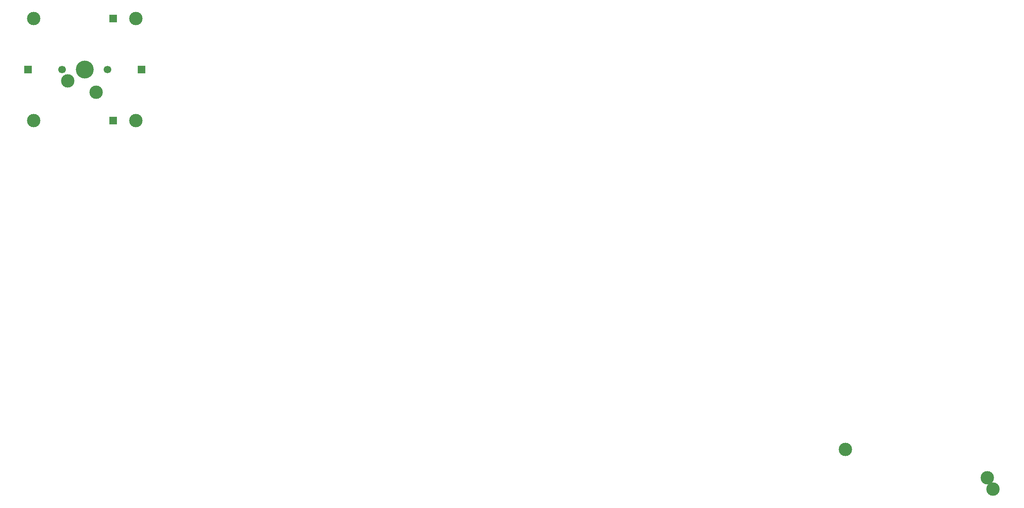
<source format=gbr>
%TF.GenerationSoftware,KiCad,Pcbnew,(5.1.10)-1*%
%TF.CreationDate,2022-02-14T22:32:15+08:00*%
%TF.ProjectId,single_switch_pcb,73696e67-6c65-45f7-9377-697463685f70,rev?*%
%TF.SameCoordinates,Original*%
%TF.FileFunction,Soldermask,Bot*%
%TF.FilePolarity,Negative*%
%FSLAX46Y46*%
G04 Gerber Fmt 4.6, Leading zero omitted, Abs format (unit mm)*
G04 Created by KiCad (PCBNEW (5.1.10)-1) date 2022-02-14 22:32:15*
%MOMM*%
%LPD*%
G01*
G04 APERTURE LIST*
%ADD10C,3.000000*%
%ADD11C,1.700000*%
%ADD12R,1.700000X1.700000*%
%ADD13C,4.000000*%
G04 APERTURE END LIST*
D10*
%TO.C,REF\u002A\u002A*%
X204470000Y-96520000D03*
%TD*%
%TO.C,REF\u002A\u002A*%
X181610000Y-119380000D03*
%TD*%
%TO.C,REF\u002A\u002A*%
X204470000Y-119380000D03*
%TD*%
D11*
%TO.C,REF\u002A\u002A*%
X198120000Y-107950000D03*
%TD*%
%TO.C,REF\u002A\u002A*%
X187960000Y-107950000D03*
%TD*%
D12*
%TO.C,J2*%
X199390000Y-96520000D03*
%TD*%
%TO.C,J3*%
X199390000Y-119380000D03*
%TD*%
D13*
%TO.C,REF\u002A\u002A*%
X193040000Y-107950000D03*
%TD*%
D12*
%TO.C,J4*%
X205740000Y-107950000D03*
%TD*%
%TO.C,J1*%
X180340000Y-107950000D03*
%TD*%
D10*
%TO.C,REF\u002A\u002A*%
X181610000Y-96520000D03*
%TD*%
%TO.C,*%
X396240000Y-201930000D03*
%TD*%
%TO.C,*%
X394970000Y-199390000D03*
%TD*%
%TO.C,*%
X394970000Y-199390000D03*
%TD*%
%TO.C,*%
X363220000Y-193040000D03*
%TD*%
%TO.C,*%
X363220000Y-193040000D03*
%TD*%
%TO.C,U1*%
X189230000Y-110490000D03*
X195580000Y-113030000D03*
%TD*%
M02*

</source>
